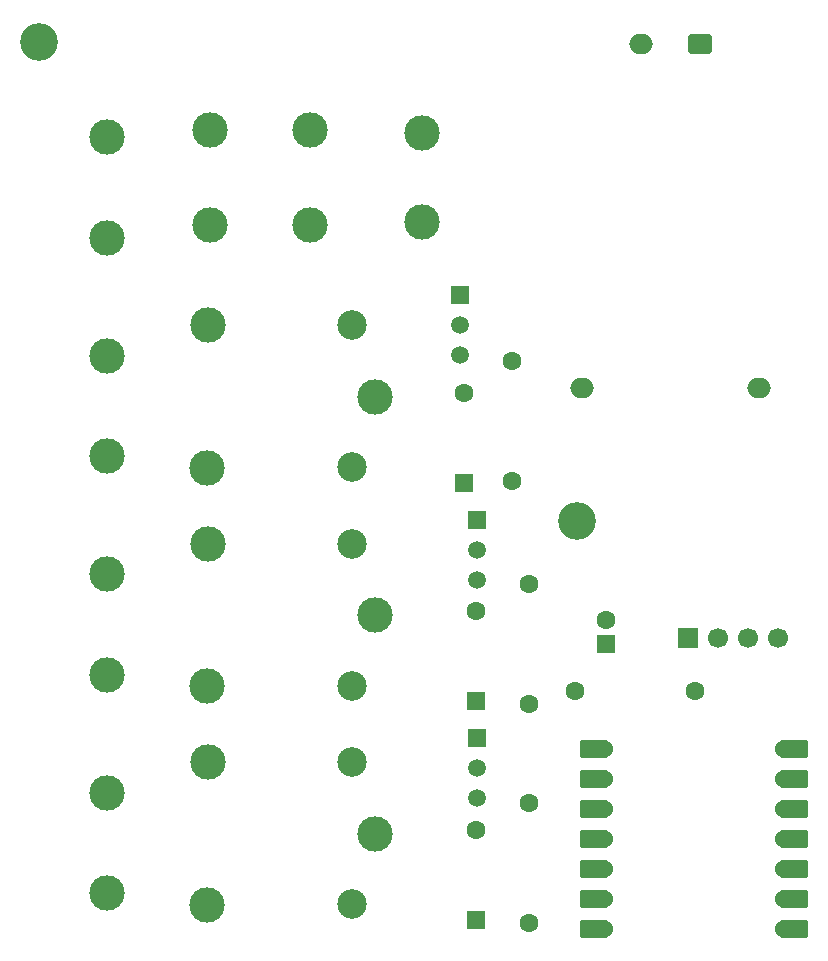
<source format=gbr>
%TF.GenerationSoftware,KiCad,Pcbnew,9.0.5*%
%TF.CreationDate,2025-11-05T07:39:26+01:00*%
%TF.ProjectId,power-sequencer-pcb,706f7765-722d-4736-9571-75656e636572,B*%
%TF.SameCoordinates,Original*%
%TF.FileFunction,Soldermask,Top*%
%TF.FilePolarity,Negative*%
%FSLAX46Y46*%
G04 Gerber Fmt 4.6, Leading zero omitted, Abs format (unit mm)*
G04 Created by KiCad (PCBNEW 9.0.5) date 2025-11-05 07:39:26*
%MOMM*%
%LPD*%
G01*
G04 APERTURE LIST*
G04 Aperture macros list*
%AMRoundRect*
0 Rectangle with rounded corners*
0 $1 Rounding radius*
0 $2 $3 $4 $5 $6 $7 $8 $9 X,Y pos of 4 corners*
0 Add a 4 corners polygon primitive as box body*
4,1,4,$2,$3,$4,$5,$6,$7,$8,$9,$2,$3,0*
0 Add four circle primitives for the rounded corners*
1,1,$1+$1,$2,$3*
1,1,$1+$1,$4,$5*
1,1,$1+$1,$6,$7*
1,1,$1+$1,$8,$9*
0 Add four rect primitives between the rounded corners*
20,1,$1+$1,$2,$3,$4,$5,0*
20,1,$1+$1,$4,$5,$6,$7,0*
20,1,$1+$1,$6,$7,$8,$9,0*
20,1,$1+$1,$8,$9,$2,$3,0*%
G04 Aperture macros list end*
%ADD10C,3.000000*%
%ADD11C,1.600000*%
%ADD12RoundRect,0.250000X0.550000X-0.550000X0.550000X0.550000X-0.550000X0.550000X-0.550000X-0.550000X0*%
%ADD13C,2.500000*%
%ADD14C,3.200000*%
%ADD15RoundRect,0.152400X-1.063600X-0.609600X1.063600X-0.609600X1.063600X0.609600X-1.063600X0.609600X0*%
%ADD16C,1.524000*%
%ADD17RoundRect,0.152400X1.063600X0.609600X-1.063600X0.609600X-1.063600X-0.609600X1.063600X-0.609600X0*%
%ADD18R,1.500000X1.500000*%
%ADD19C,1.500000*%
%ADD20R,1.700000X1.700000*%
%ADD21C,1.700000*%
%ADD22RoundRect,0.250000X-0.750000X0.600000X-0.750000X-0.600000X0.750000X-0.600000X0.750000X0.600000X0*%
%ADD23O,2.000000X1.700000*%
G04 APERTURE END LIST*
D10*
%TO.C,SW2*%
X103500000Y-69000000D03*
X103500000Y-77000000D03*
%TD*%
%TO.C,J1*%
X86307500Y-78095000D03*
X86307500Y-69595000D03*
%TD*%
%TO.C,J2*%
X86307500Y-96595000D03*
X86307500Y-88095000D03*
%TD*%
%TO.C,J4*%
X86307500Y-133595000D03*
X86307500Y-125095000D03*
%TD*%
D11*
%TO.C,R3*%
X122000000Y-107420000D03*
X122000000Y-117580000D03*
%TD*%
D12*
%TO.C,D3*%
X117500000Y-135810000D03*
D11*
X117500000Y-128190000D03*
%TD*%
%TO.C,R2*%
X120595000Y-88515000D03*
X120595000Y-98675000D03*
%TD*%
D10*
%TO.C,K2*%
X108950000Y-110050000D03*
D13*
X107000000Y-104000000D03*
D10*
X94800000Y-104000000D03*
X94750000Y-116050000D03*
D13*
X107000000Y-116000000D03*
%TD*%
D14*
%TO.C,REF\u002A\u002A*%
X126095000Y-102095000D03*
%TD*%
D10*
%TO.C,RV1*%
X113000000Y-76750000D03*
X113000000Y-69250000D03*
%TD*%
D12*
%TO.C,C1*%
X128500000Y-112455113D03*
D11*
X128500000Y-110455113D03*
%TD*%
D15*
%TO.C,U1*%
X144455000Y-136620000D03*
D16*
X143620000Y-136620000D03*
D15*
X144455000Y-134080000D03*
D16*
X143620000Y-134080000D03*
D15*
X144455000Y-131540000D03*
D16*
X143620000Y-131540000D03*
D15*
X144455000Y-129000000D03*
D16*
X143620000Y-129000000D03*
D15*
X144455000Y-126460000D03*
D16*
X143620000Y-126460000D03*
D15*
X144455000Y-123920000D03*
D16*
X143620000Y-123920000D03*
D15*
X144455000Y-121380000D03*
D16*
X143620000Y-121380000D03*
X128380000Y-121380000D03*
D17*
X127545000Y-121380000D03*
D16*
X128380000Y-123920000D03*
D17*
X127545000Y-123920000D03*
D16*
X128380000Y-126460000D03*
D17*
X127545000Y-126460000D03*
D16*
X128380000Y-129000000D03*
D17*
X127545000Y-129000000D03*
D16*
X128380000Y-131540000D03*
D17*
X127545000Y-131540000D03*
D16*
X128380000Y-134080000D03*
D17*
X127545000Y-134080000D03*
D16*
X128380000Y-136620000D03*
D17*
X127545000Y-136620000D03*
%TD*%
D10*
%TO.C,J3*%
X86307500Y-115095000D03*
X86307500Y-106595000D03*
%TD*%
D12*
%TO.C,D2*%
X117500000Y-117310000D03*
D11*
X117500000Y-109690000D03*
%TD*%
D10*
%TO.C,K3*%
X108950000Y-128550000D03*
D13*
X107000000Y-122500000D03*
D10*
X94800000Y-122500000D03*
X94750000Y-134550000D03*
D13*
X107000000Y-134500000D03*
%TD*%
D14*
%TO.C,REF\u002A\u002A*%
X80500000Y-61500000D03*
%TD*%
D11*
%TO.C,R4*%
X122000000Y-125920000D03*
X122000000Y-136080000D03*
%TD*%
D12*
%TO.C,D1*%
X116500000Y-98810000D03*
D11*
X116500000Y-91190000D03*
%TD*%
D10*
%TO.C,K1*%
X108950000Y-91550000D03*
D13*
X107000000Y-85500000D03*
D10*
X94800000Y-85500000D03*
X94750000Y-97550000D03*
D13*
X107000000Y-97500000D03*
%TD*%
D18*
%TO.C,Q3*%
X117640000Y-120460000D03*
D19*
X117640000Y-123000000D03*
X117640000Y-125540000D03*
%TD*%
D20*
%TO.C,SW1*%
X135500000Y-112000000D03*
D21*
X138040000Y-112000000D03*
X140580000Y-112000000D03*
X143120000Y-112000000D03*
%TD*%
D22*
%TO.C,PS1*%
X136500000Y-61712500D03*
D23*
X131500000Y-61712500D03*
X141500000Y-90792500D03*
X126500000Y-90792500D03*
%TD*%
D11*
%TO.C,R1*%
X136080000Y-116500000D03*
X125920000Y-116500000D03*
%TD*%
D18*
%TO.C,Q1*%
X116140000Y-82960000D03*
D19*
X116140000Y-85500000D03*
X116140000Y-88040000D03*
%TD*%
D10*
%TO.C,F1*%
X95000000Y-77000000D03*
X95000000Y-69000000D03*
%TD*%
D18*
%TO.C,Q2*%
X117640000Y-101960000D03*
D19*
X117640000Y-104500000D03*
X117640000Y-107040000D03*
%TD*%
M02*

</source>
